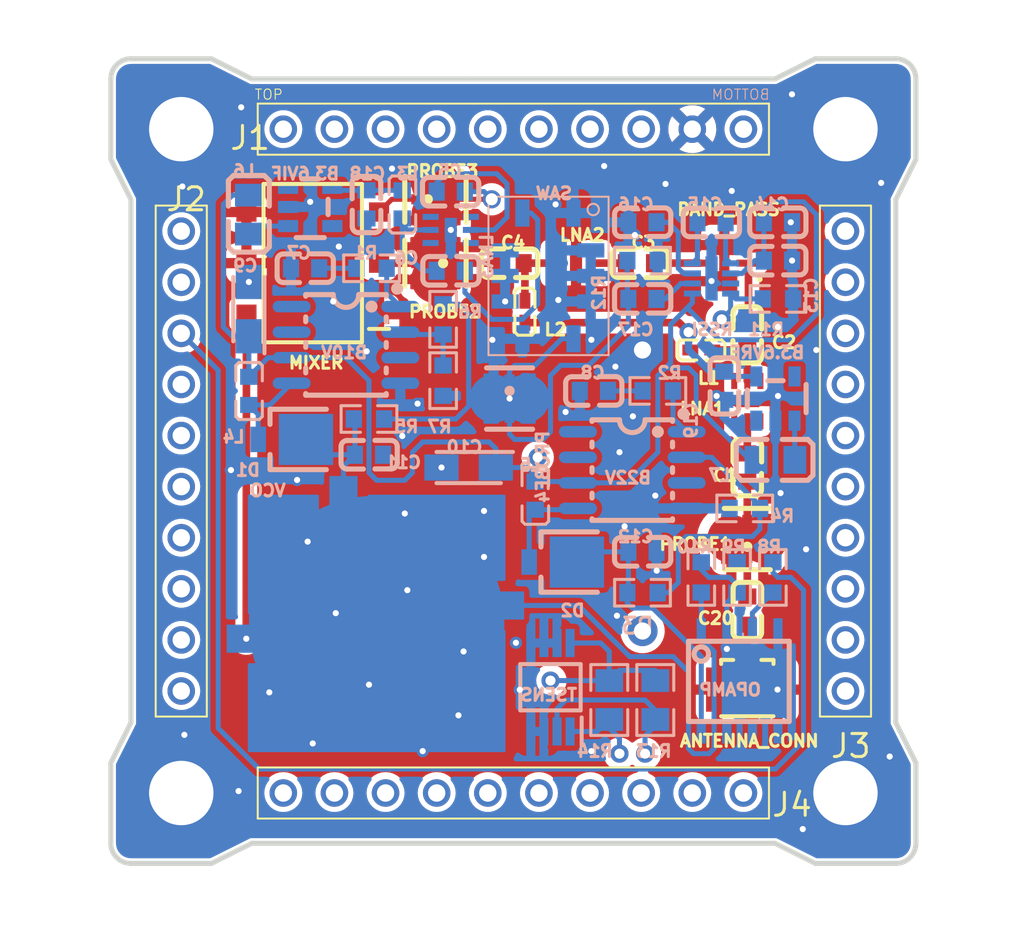
<source format=kicad_pcb>
(kicad_pcb (version 20211014) (generator pcbnew)
  (layers (0 "F.Cu" signal) (1 "In1.Cu" signal) (2 "In2.Cu" signal) (31 "B.Cu" signal) (34 "B.Paste" user) (35 "F.Paste" user) (36 "B.SilkS" user "B.Silkscreen") (37 "F.SilkS" user "F.Silkscreen") (38 "B.Mask" user) (39 "F.Mask" user) (44 "Edge.Cuts" user))
  (net 0 "")
  (net 1 "P/L_POWER")
  (net 2 "SCL")
  (net 3 "SDA")
  (net 4 "DAC_PL2")
  (net 5 "ADC_PL2")
  (net 6 "LNA3_2")
  (net 7 "3.6VRF")
  (net 8 "RSSI_3")
  (net 9 "VCO_3")
  (net 10 "22V")
  (net 11 "OPAMP_2")
  (net 12 "SAW_10")
  (net 13 "C17_2")
  (net 14 "RSSI_2")
  (net 15 "RSSI_5")
  (net 16 "RSSI_4")
  (net 17 "L6_2")
  (net 18 "BOOSTER10V_5")
  (net 19 "LNA3_5")
  (net 20 "C5_2")
  (net 21 "R5_2")
  (net 22 "3.6VIF")
  (net 23 "BOOSTER22V_1")
  (net 24 "BOOSTER22V_2")
  (net 25 "L7_2")
  (net 26 "BOOSTER22V_5")
  (net 27 "C8_2")
  (net 28 "BOOSTER10V_2")
  (net 29 "BOOSTER10V_1")
  (net 30 "C7_1")
  (net 31 "10V")
  (net 32 "OPAMP_3")
  (net 33 "SAW_5")
  (net 34 "GND")
  (net 35 "P/L2BURN")
  (net 36 "LNA2_5")
  (net 37 "MIXER_6")
  (net 38 "MIXER_2")
  (net 39 "C4_2")
  (net 40 "LNA2_2")
  (net 41 "BAND_PASS_3")
  (net 42 "BAND_PASS_1")
  (net 43 "LNA1_5")
  (net 44 "LNA1_2")
  (net 45 "C20_1")
  (net 46 "C1_1")
  (net 47 "ANTENNA_CONN_2")
  (net 48 "MIXER_3")
  (net 49 "BOOSTER3.6VIF_3")
  (net 50 "BOOSTER3.6VIF_5")
  (net 51 "BOOSTER3.6VRF_3")
  (net 52 "BOOSTER3.6VRF_5")
  (net 53 "BOOSTER10V_3")
  (net 54 "BOOSTER10V_8")
  (net 55 "BOOSTER10V_7")
  (net 56 "BOOSTER22V_3")
  (net 57 "BOOSTER22V_8")
  (net 58 "BOOSTER22V_7")
  (net 59 "LNA3_1")
  (net 60 "LNA3_3")
  (net 61 "LNA3_4")
  (net 62 "LNA3_6")
  (net 63 "OPAMP_5")
  (net 64 "OPAMP_6")
  (net 65 "OPAMP_7")
  (net 66 "RX")
  (net 67 "J1_4")
  (net 68 "PFO")
  (net 69 "J1_6")
  (net 70 "J1_7")
  (net 71 "TX")
  (net 72 "VCC")
  (net 73 "PCLK")
  (net 74 "SWCLK")
  (net 75 "SWDIO")
  (net 76 "NRST")
  (net 77 "CHGOFF")
  (net 78 "CLPROG")
  (net 79 "MPPT_X")
  (net 80 "SOLAR_X")
  (net 81 "PALE")
  (net 82 "PDATA")
  (net 83 "SOLAR_Y")
  (net 84 "SEL_PH2")
  (net 85 "SEL_PH1")
  (net 86 "SEL")
  (net 87 "HEATER")
  (net 88 "BURNCOMMS")
  (net 89 "RST")
  (net 90 "CHRG")
  (net 91 "FAULT")
  (net 92 "VCC_TEST")
  (net 93 "SEL_PH3")
  (net 94 "ADC_PH1")
  (net 95 "RST_DRIVERS")
  (net 96 "MPPT_Y")
  (net 97 "MPPT_Z")
  (net 98 "SOLAR_Z")
  (net 99 "LNA1_1")
  (net 100 "LNA1_3")
  (net 101 "LNA1_4")
  (net 102 "LNA1_6")
  (net 103 "LNA2_1")
  (net 104 "LNA2_3")
  (net 105 "LNA2_4")
  (net 106 "LNA2_6")
  (footprint "easyeda:SMP-03-10 5X7 MM" (layer "F.Cu") (at 26.797 113.411 -90)
    (fp_text reference "SAW")
    (fp_text value "SF2242B" hide)
  )
  (footprint "easyeda:SON65P200X200X105-7N" (layer "F.Cu") (at 28.194 112.776 180)
    (fp_text reference "LNA2")
    (fp_text value "LEE2-6+" hide)
  )
  (footprint "easyeda:C0603" (layer "F.Cu") (at 31.369 112.776 180)
    (fp_text reference "C3")
    (fp_text value "10pF" hide)
  )
  (footprint "easyeda:SO-8_L4.9-W3.9-P1.27-LS5.9-BL" (layer "F.Cu") (at 16.764 116.84 90)
    (fp_text reference "B10V")
    (fp_text value "LT1949ES8#PBF" hide)
  )
  (footprint "easyeda:SO8" (layer "F.Cu") (at 33.782 131.572 90)
    (fp_text reference "OPAMP")
    (fp_text value "LM258WDT" hide)
  )
  (footprint "easyeda:SON65P200X200X105-7N" (layer "F.Cu") (at 36.703 119.634 90)
    (fp_text reference "LNA1")
    (fp_text value "LEE2-6+" hide)
  )
  (footprint "easyeda:POWERMITE_L2.0-W1.9-LS3.8-RD" (layer "F.Cu") (at 27.051 127.635)
    (fp_text reference "D2")
    (fp_text value "MBRM120ET3G" hide)
  )
  (footprint "easyeda:C0603" (layer "F.Cu") (at 31.496 114.554)
    (fp_text reference "C17")
    (fp_text value "100pF" hide)
  )
  (footprint "easyeda:C0603" (layer "F.Cu") (at 31.496 110.744)
    (fp_text reference "C16")
    (fp_text value "100pF" hide)
  )
  (footprint "easyeda:R0603" (layer "F.Cu") (at 38.227 114.554 180)
    (fp_text reference "R11")
    (fp_text value "33K" hide)
  )
  (footprint "easyeda:C0603" (layer "F.Cu") (at 17.907 122.301)
    (fp_text reference "C11")
    (fp_text value "10uF" hide)
  )
  (footprint "easyeda:CVCO55CW" (layer "F.Cu") (at 18.288 130.81 90)
    (fp_text reference "VCO")
    (fp_text value "CVCO55CW" hide)
  )
  (footprint "easyeda:BFCG162W" (layer "F.Cu") (at 35.56 112.776 180)
    (fp_text reference "BAND_PASS")
    (fp_text value "BFCG-162W+" hide)
  )
  (footprint "easyeda:L0402" (layer "F.Cu") (at 25.654 115.189 -90)
    (fp_text reference "L2")
    (fp_text value "100nH" hide)
  )
  (footprint "easyeda:SLW-110-01-X-S" (layer "F.Cu") (at 13.65 106.116)
    (fp_text reference "J1")
    (fp_text value "SLW-110-01-T-S" hide)
  )
  (footprint "easyeda:C0603" (layer "F.Cu") (at 35.56 118.872 -90)
    (fp_text reference "C19")
    (fp_text value "22uF" hide)
  )
  (footprint "easyeda:C0603" (layer "F.Cu") (at 21.971 109.22 180)
    (fp_text reference "C5")
    (fp_text value "100pF" hide)
  )
  (footprint "easyeda:R0603" (layer "F.Cu") (at 34.417 128.397 90)
    (fp_text reference "R10")
    (fp_text value "100K" hide)
  )
  (footprint "easyeda:L0603" (layer "F.Cu") (at 26.162 124.333 -90)
    (fp_text reference "L5")
    (fp_text value "10uH" hide)
  )
  (footprint "easyeda:R0805" (layer "F.Cu") (at 32.131 134.493 -90)
    (fp_text reference "R13")
    (fp_text value "5k" hide)
  )
  (footprint "easyeda:C0603" (layer "F.Cu") (at 29.083 119.126 180)
    (fp_text reference "C8")
    (fp_text value "330pF" hide)
  )
  (footprint "easyeda:L0603" (layer "F.Cu") (at 19.558 109.855 -90)
    (fp_text reference "L3")
    (fp_text value "3.3uH" hide)
  )
  (footprint "easyeda:IPEX-SMD_MS-156C3" (layer "F.Cu") (at 24.892 119.507 90)
    (fp_text reference "PROBE4")
    (fp_text value "MS-156C3" hide)
  )
  (footprint "easyeda:R0603" (layer "F.Cu") (at 21.59 115.57 90)
    (fp_text reference "R6")
    (fp_text value "20K" hide)
  )
  (footprint "easyeda:SOT-23-5_L2.9-W1.6-P0.95-LS2.8-BR" (layer "F.Cu") (at 38.101 119.508 90)
    (fp_text reference "B3.6VRF")
    (fp_text value "TPS613226ADBVT" hide)
  )
  (footprint "easyeda:C0603" (layer "F.Cu") (at 24.892 112.776 180)
    (fp_text reference "C4")
    (fp_text value "10pF" hide)
  )
  (footprint "easyeda:C0603" (layer "F.Cu") (at 31.496 127.127)
    (fp_text reference "C12")
    (fp_text value "10uF" hide)
  )
  (footprint "easyeda:R0603" (layer "F.Cu") (at 21.59 118.618 -90)
    (fp_text reference "R7")
    (fp_text value "20K" hide)
  )
  (footprint "easyeda:C0603" (layer "F.Cu") (at 36.703 122.936 90)
    (fp_text reference "C1")
    (fp_text value "10pF" hide)
  )
  (footprint "easyeda:SO-8_L4.9-W3.9-P1.27-LS5.9-BL" (layer "F.Cu") (at 30.988 123.063 90)
    (fp_text reference "B22V")
    (fp_text value "LT1949ES8#PBF" hide)
  )
  (footprint "easyeda:C0603" (layer "F.Cu") (at 38.227 112.649 180)
    (fp_text reference "C13")
    (fp_text value "1nF" hide)
  )
  (footprint "easyeda:L0805" (layer "F.Cu") (at 11.938 110.363 90)
    (fp_text reference "L6")
    (fp_text value "4.7uH" hide)
  )
  (footprint "easyeda:SON50P200X300X80-9N" (layer "F.Cu") (at 34.925 113.538 180)
    (fp_text reference "RSSI")
    (fp_text value "LT5537EDDB#TRMPBF" hide)
  )
  (footprint "easyeda:R0805" (layer "F.Cu") (at 29.845 134.493 -90)
    (fp_text reference "R14")
    (fp_text value "5k" hide)
  )
  (footprint "easyeda:C0603" (layer "F.Cu") (at 34.925 110.744 180)
    (fp_text reference "C15")
    (fp_text value "33nF" hide)
  )
  (footprint "easyeda:C0603" (layer "F.Cu") (at 14.732 113.03)
    (fp_text reference "C7")
    (fp_text value "330pF" hide)
  )
  (footprint "easyeda:POWERMITE_L2.0-W1.9-LS3.8-RD" (layer "F.Cu") (at 13.589 121.539)
    (fp_text reference "D1")
    (fp_text value "MBRM120ET3G" hide)
  )
  (footprint "easyeda:R0603" (layer "F.Cu") (at 37.973 128.397 -90)
    (fp_text reference "R8")
    (fp_text value "10K" hide)
  )
  (footprint "easyeda:L0805" (layer "F.Cu") (at 38.1 122.555 180)
    (fp_text reference "L7")
    (fp_text value "4.7uH" hide)
  )
  (footprint "easyeda:R0603" (layer "F.Cu") (at 32.258 119.126 180)
    (fp_text reference "R2")
    (fp_text value "68K" hide)
  )
  (footprint "easyeda:R0603" (layer "F.Cu") (at 36.195 128.397 -90)
    (fp_text reference "R9")
    (fp_text value "20K" hide)
  )
  (footprint "easyeda:CAPPM3216X180N" (layer "F.Cu") (at 22.86 122.936)
    (fp_text reference "C10")
    (fp_text value "22u" hide)
  )
  (footprint "easyeda:L0603" (layer "F.Cu") (at 11.938 119.126 -90)
    (fp_text reference "L4")
    (fp_text value "10uH" hide)
  )
  (footprint "easyeda:IPEX-SMD_MS-156C3" (layer "F.Cu") (at 36.703 126.492 90)
    (fp_text reference "PROBE1")
    (fp_text value "MS-156C3" hide)
  )
  (footprint "easyeda:R0603" (layer "F.Cu") (at 31.496 112.649)
    (fp_text reference "R12")
    (fp_text value "51" hide)
  )
  (footprint "easyeda:C0603" (layer "F.Cu") (at 21.971 113.157)
    (fp_text reference "C6")
    (fp_text value "100pF" hide)
  )
  (footprint "easyeda:L0402" (layer "F.Cu") (at 34.417 117.094 180)
    (fp_text reference "L1")
    (fp_text value "100nH" hide)
  )
  (footprint "easyeda:C0603" (layer "F.Cu") (at 36.703 116.332 90)
    (fp_text reference "C2")
    (fp_text value "10pF" hide)
  )
  (footprint "easyeda:SLW-110-01-X-S" (layer "F.Cu") (at 13.65 139.116)
    (fp_text reference "J4")
    (fp_text value "SLW-110-01-T-S" hide)
  )
  (footprint "easyeda:SLW-110-01-X-S" (layer "F.Cu") (at 8.58 111.186 -90)
    (fp_text reference "J2")
    (fp_text value "SLW-110-01-T-S" hide)
  )
  (footprint "easyeda:IPEX-SMD_MS-156C3" (layer "F.Cu") (at 21.209 109.601)
    (fp_text reference "PROBE3")
    (fp_text value "MS-156C3" hide)
  )
  (footprint "easyeda:C0603" (layer "F.Cu") (at 36.703 130.048 -90)
    (fp_text reference "C20")
    (fp_text value "33nF" hide)
  )
  (footprint "easyeda:CAPPM3216X180N" (layer "F.Cu") (at 11.938 115.062 -90)
    (fp_text reference "C9")
    (fp_text value "22u" hide)
  )
  (footprint "easyeda:SLW-110-01-X-S" (layer "F.Cu") (at 41.58 111.186 -90)
    (fp_text reference "J3")
    (fp_text value "SLW-110-01-T-S" hide)
  )
  (footprint "easyeda:SOTFL254P691X284-6N" (layer "F.Cu") (at 15.113 112.776 180)
    (fp_text reference "MIXER")
    (fp_text value "ADE-11X+" hide)
  )
  (footprint "easyeda:SOP65P490X110-8N" (layer "F.Cu") (at 26.924 133.858 -90)
    (fp_text reference "TSENS")
    (fp_text value "TCN75AVUA713-VAO" hide)
  )
  (footprint "easyeda:ANT-SMD_UFL-R-SMT-1-10" (layer "F.Cu") (at 36.703 133.35 -90)
    (fp_text reference "ANTENNA_CONN")
    (fp_text value "U.FL-R-SMT-1(10)" hide)
  )
  (footprint "easyeda:SOT-23-5_L2.9-W1.6-P0.95-LS2.8-BR" (layer "F.Cu") (at 14.987 109.983)
    (fp_text reference "B3.6VIF")
    (fp_text value "TPS613226ADBVT" hide)
  )
  (footprint "easyeda:R0603" (layer "F.Cu") (at 17.907 120.523 180)
    (fp_text reference "R5")
    (fp_text value "120K" hide)
  )
  (footprint "easyeda:SON65P200X200X105-7N" (layer "F.Cu") (at 21.971 111.125)
    (fp_text reference "LNA3")
    (fp_text value "LEE2-6+" hide)
  )
  (footprint "easyeda:R0603" (layer "F.Cu") (at 18.034 113.03)
    (fp_text reference "R1")
    (fp_text value "68K" hide)
  )
  (footprint "easyeda:IPEX-SMD_MS-156C3" (layer "F.Cu") (at 21.209 112.776 180)
    (fp_text reference "PROBE2")
    (fp_text value "MS-156C3" hide)
  )
  (footprint "easyeda:R0603" (layer "F.Cu") (at 31.496 129.159 180)
    (fp_text reference "R3")
    (fp_text value "160K" hide)
  )
  (footprint "easyeda:R0603" (layer "F.Cu") (at 36.576 124.968 180)
    (fp_text reference "R4")
    (fp_text value "10K" hide)
  )
  (footprint "easyeda:C0603" (layer "F.Cu") (at 38.227 110.744 180)
    (fp_text reference "C14")
    (fp_text value "1uF" hide)
  )
  (footprint "easyeda:C0603" (layer "F.Cu") (at 17.78 109.855 -90)
    (fp_text reference "C18")
    (fp_text value "22uF" hide)
  )
  (gr_line locked (start 5.08 107.616) (end 5.08 103.616) (layer "Edge.Cuts") (width 0.25))
  (gr_line locked (start 38.08 141.616) (end 40.08 142.616) (layer "Edge.Cuts") (width 0.25))
  (gr_line locked (start 45.08 107.616) (end 45.08 103.616) (layer "Edge.Cuts") (width 0.25))
  (gr_line locked (start 25.08 103.617) (end 38.08 103.617) (layer "Edge.Cuts") (width 0.25))
  (gr_line locked (start 10.08 142.616) (end 6.08 142.616) (layer "Edge.Cuts") (width 0.25))
  (gr_arc (start 5.08 103.616) (mid 5.372893 102.908893) (end 6.08 102.616) (layer "Edge.Cuts") (width 0.25))
  (gr_line locked (start 22.934 103.617) (end 25.08 103.617) (layer "Edge.Cuts") (width 0.25))
  (gr_line locked (start 38.08 141.616) (end 12.08 141.616) (layer "Edge.Cuts") (width 0.25))
  (gr_line locked (start 6.08 135.616) (end 6.08 109.616) (layer "Edge.Cuts") (width 0.25))
  (gr_line locked (start 38.08 103.617) (end 40.079 102.616) (layer "Edge.Cuts") (width 0.25))
  (gr_arc (start 45.08 141.616) (mid 44.787107 142.323107) (end 44.08 142.616) (layer "Edge.Cuts") (width 0.25))
  (gr_line locked (start 5.08 141.616) (end 5.08 137.616) (layer "Edge.Cuts") (width 0.25))
  (gr_line locked (start 5.08 137.616) (end 6.08 135.616) (layer "Edge.Cuts") (width 0.25))
  (gr_line locked (start 12.08 141.616) (end 10.08 142.616) (layer "Edge.Cuts") (width 0.25))
  (gr_line locked (start 12.08 103.617) (end 22.934 103.617) (layer "Edge.Cuts") (width 0.25))
  (gr_line locked (start 44.08 135.616) (end 45.08 137.616) (layer "Edge.Cuts") (width 0.25))
  (gr_line locked (start 44.08 109.616) (end 44.08 135.616) (layer "Edge.Cuts") (width 0.25))
  (gr_line locked (start 40.08 142.616) (end 44.08 142.616) (layer "Edge.Cuts") (width 0.25))
  (gr_line locked (start 40.079 102.616) (end 44.079 102.616) (layer "Edge.Cuts") (width 0.25))
  (gr_line locked (start 10.081 102.616) (end 12.08 103.617) (layer "Edge.Cuts") (width 0.25))
  (gr_line locked (start 6.081 102.616) (end 10.081 102.616) (layer "Edge.Cuts") (width 0.25))
  (gr_arc (start 44.08 102.616) (mid 44.787181 102.908967) (end 45.08 103.616209) (layer "Edge.Cuts") (width 0.25))
  (gr_line locked (start 6.08 109.616) (end 5.08 107.616) (layer "Edge.Cuts") (width 0.25))
  (gr_line locked (start 45.08 107.616) (end 44.08 109.616) (layer "Edge.Cuts") (width 0.25))
  (gr_arc (start 6.08 142.616) (mid 5.372893 142.323107) (end 5.08 141.616) (layer "Edge.Cuts") (width 0.25))
  (gr_line locked (start 45.08 137.616) (end 45.08 141.616) (layer "Edge.Cuts") (width 0.25))
  (gr_text "BOTTOM" (at 37.846 104.394) (layer "B.SilkS") (effects (font (size 0.5 0.5) (thickness 0.05)) (justify left mirror)))
  (gr_text "TOP" (at 12.192 104.394) (layer "F.SilkS") (effects (font (size 0.5 0.5) (thickness 0.05)) (justify left)))
  (via (at 26.289 122.428) (size 0.9) (drill 0.5) (layers "F.Cu" "B.Cu") (net 1))
  (via (at 26.924 133.527) (size 0.9) (drill 0.5) (layers "F.Cu" "B.Cu") (net 1))
  (segment (start 10.668 115.951) (end 10.668 109.855) (width 0.25) (layer "B.Cu") (net 1))
  (segment (start 37.526 110.17) (end 37.526 110.744) (width 0.25) (layer "B.Cu") (net 1))
  (segment (start 37.527 110.744) (end 37.527 112.649) (width 0.25) (layer "B.Cu") (net 1))
  (segment (start 20.066 123.19) (end 20.066 122.174) (width 0.25) (layer "B.Cu") (net 1))
  (segment (start 35.306 116.586) (end 38.862 116.586) (width 0.25) (layer "B.Cu") (net 1))
  (segment (start 20.574 121.666) (end 23.876 121.666) (width 0.25) (layer "B.Cu") (net 1))
  (segment (start 20.066 122.174) (end 20.574 121.666) (width 0.25) (layer "B.Cu") (net 1))
  (segment (start 39.497 109.728) (end 37.97 109.728) (width 0.25) (layer "B.Cu") (net 1))
  (segment (start 26.162 123.317) (end 25.781 122.936) (width 0.25) (layer "B.Cu") (net 1))
  (segment (start 29.845 133.527) (end 26.924 133.527) (width 0.25) (layer "B.Cu") (net 1))
  (segment (start 29.845 132.08) (end 29.423 131.658) (width 0.25) (layer "B.Cu") (net 1))
  (segment (start 17.907 118.618) (end 17.907 123.19) (width 0.25) (layer "B.Cu") (net 1))
  (segment (start 33.975 114.742) (end 33.975 114.287) (width 0.25) (layer "B.Cu") (net 1))
  (segment (start 11.938 116.412) (end 11.129 116.412) (width 0.25) (layer "B.Cu") (net 1))
  (segment (start 40.132 110.363) (end 39.497 109.728) (width 0.25) (layer "B.Cu") (net 1))
  (segment (start 33.782 117.983) (end 34.163 118.364) (width 0.25) (layer "B.Cu") (net 1))
  (segment (start 32.131 133.019) (end 30.353 133.019) (width 0.25) (layer "B.Cu") (net 1))
  (segment (start 30.353 133.019) (end 29.845 133.527) (width 0.25) (layer "B.Cu") (net 1))
  (segment (start 37.084 112.649) (end 37.526 112.649) (width 0.25) (layer "B.Cu") (net 1))
  (segment (start 33.774 115.054) (end 35.306 116.586) (width 0.25) (layer "B.Cu") (net 1))
  (segment (start 28.288 123.698) (end 30.734 123.698) (width 0.25) (layer "B.Cu") (net 1))
  (segment (start 34.163 119.888) (end 36.83 122.555) (width 0.25) (layer "B.Cu") (net 1))
  (segment (start 10.668 109.855) (end 11.126 109.397) (width 0.25) (layer "B.Cu") (net 1))
  (segment (start 35.875 113.289) (end 36.444 113.289) (width 0.25) (layer "B.Cu") (net 1))
  (segment (start 28.289 123.698) (end 28.224 123.633) (width 0.25) (layer "B.Cu") (net 1))
  (segment (start 38.862 116.586) (end 40.132 115.316) (width 0.25) (layer "B.Cu") (net 1))
  (segment (start 33.774 114.943) (end 33.774 115.054) (width 0.25) (layer "B.Cu") (net 1))
  (segment (start 19.685 123.571) (end 20.066 123.19) (width 0.25) (layer "B.Cu") (net 1))
  (segment (start 26.162 123.632) (end 26.162 123.317) (width 0.25) (layer "B.Cu") (net 1))
  (segment (start 37.97 109.728) (end 37.526 110.17) (width 0.25) (layer "B.Cu") (net 1))
  (segment (start 24.21 122) (end 24.21 122.936) (width 0.25) (layer "B.Cu") (net 1))
  (segment (start 26.162 122.555) (end 26.162 123.633) (width 0.25) (layer "B.Cu") (net 1))
  (segment (start 30.734 123.698) (end 32.258 122.174) (width 0.25) (layer "B.Cu") (net 1))
  (segment (start 11.126 109.397) (end 11.938 109.397) (width 0.25) (layer "B.Cu") (net 1))
  (segment (start 11.938 118.425) (end 11.938 116.411) (width 0.25) (layer "B.Cu") (net 1))
  (segment (start 29.423 131.658) (end 27.899 131.658) (width 0.25) (layer "B.Cu") (net 1))
  (segment (start 23.876 121.666) (end 24.21 122) (width 0.25) (layer "B.Cu") (net 1))
  (segment (start 34.163 118.364) (end 34.163 119.888) (width 0.25) (layer "B.Cu") (net 1))
  (segment (start 11.129 116.412) (end 10.668 115.951) (width 0.25) (layer "B.Cu") (net 1))
  (segment (start 16.764 117.475) (end 17.907 118.618) (width 0.25) (layer "B.Cu") (net 1))
  (segment (start 32.639 117.983) (end 32.893 117.729) (width 0.25) (layer "B.Cu") (net 1))
  (segment (start 32.639 117.983) (end 33.782 117.983) (width 0.25) (layer "B.Cu") (net 1))
  (segment (start 32.258 122.174) (end 32.258 118.364) (width 0.25) (layer "B.Cu") (net 1))
  (segment (start 32.893 117.729) (end 32.893 115.824) (width 0.25) (layer "B.Cu") (net 1))
  (segment (start 12.889 117.475) (end 14.065 117.475) (width 0.25) (layer "B.Cu") (net 1))
  (segment (start 25.781 122.936) (end 24.209 122.936) (width 0.25) (layer "B.Cu") (net 1))
  (segment (start 32.893 115.824) (end 33.975 114.742) (width 0.25) (layer "B.Cu") (net 1))
  (segment (start 28.224 123.633) (end 26.162 123.633) (width 0.25) (layer "B.Cu") (net 1))
  (segment (start 14.065 117.475) (end 16.764 117.475) (width 0.25) (layer "B.Cu") (net 1))
  (segment (start 36.444 113.289) (end 37.084 112.649) (width 0.25) (layer "B.Cu") (net 1))
  (segment (start 40.132 115.316) (end 40.132 110.363) (width 0.25) (layer "B.Cu") (net 1))
  (segment (start 17.907 123.19) (end 18.288 123.571) (width 0.25) (layer "B.Cu") (net 1))
  (segment (start 18.288 123.571) (end 19.685 123.571) (width 0.25) (layer "B.Cu") (net 1))
  (segment (start 29.845 133.527) (end 29.845 132.08) (width 0.25) (layer "B.Cu") (net 1))
  (segment (start 36.83 122.555) (end 37.135 122.555) (width 0.25) (layer "B.Cu") (net 1))
  (segment (start 11.938 118.426) (end 12.889 117.475) (width 0.25) (layer "B.Cu") (net 1))
  (segment (start 32.258 118.364) (end 32.639 117.983) (width 0.25) (layer "B.Cu") (net 1))
  (segment (start 26.289 122.428) (end 26.162 122.555) (width 0.25) (layer "B.Cu") (net 1))
  (via (at 31.623 137.16) (size 0.9) (drill 0.5) (layers "F.Cu" "B.Cu") (net 2))
  (segment (start 32.131 135.459) (end 32.131 135.763) (width 0.25) (layer "B.Cu") (net 2))
  (segment (start 27.249 134.93) (end 27.249 136.058) (width 0.25) (layer "B.Cu") (net 2))
  (segment (start 31.623 134.493) (end 27.686 134.493) (width 0.25) (layer "B.Cu") (net 2))
  (segment (start 32.131 135.459) (end 32.131 135.001) (width 0.25) (layer "B.Cu") (net 2))
  (segment (start 32.131 135.001) (end 31.623 134.493) (width 0.25) (layer "B.Cu") (net 2))
  (segment (start 27.686 134.493) (end 27.249 134.93) (width 0.25) (layer "B.Cu") (net 2))
  (segment (start 32.131 135.763) (end 31.623 136.271) (width 0.25) (layer "B.Cu") (net 2))
  (segment (start 31.623 136.271) (end 31.623 137.16) (width 0.25) (layer "B.Cu") (net 2))
  (via (at 30.353 137.16) (size 0.9) (drill 0.5) (layers "F.Cu" "B.Cu") (net 3))
  (segment (start 29.845 135.459) (end 29.845 135.89) (width 0.25) (layer "B.Cu") (net 3))
  (segment (start 29.845 135.89) (end 30.353 136.398) (width 0.25) (layer "B.Cu") (net 3))
  (segment (start 30.353 136.398) (end 30.353 137.16) (width 0.25) (layer "B.Cu") (net 3))
  (segment (start 29.845 135.459) (end 29.246 136.058) (width 0.25) (layer "B.Cu") (net 3))
  (segment (start 29.246 136.058) (end 27.899 136.058) (width 0.25) (layer "B.Cu") (net 3))
  (segment (start 39.497 136.525) (end 38.1 137.922) (width 0.25) (layer "B.Cu") (net 4))
  (segment (start 39.497 129.032) (end 39.497 136.525) (width 0.25) (layer "B.Cu") (net 4))
  (segment (start 38.862 128.397) (end 39.497 129.032) (width 0.25) (layer "B.Cu") (net 4))
  (segment (start 10.414 135.89) (end 10.414 118.1) (width 0.25) (layer "B.Cu") (net 4))
  (segment (start 12.446 137.922) (end 10.414 135.89) (width 0.25) (layer "B.Cu") (net 4))
  (segment (start 38.227 128.397) (end 38.862 128.397) (width 0.25) (layer "B.Cu") (net 4))
  (segment (start 38.1 137.922) (end 12.446 137.922) (width 0.25) (layer "B.Cu") (net 4))
  (segment (start 37.973 127.644) (end 37.973 128.143) (width 0.25) (layer "B.Cu") (net 4))
  (segment (start 10.414 118.1) (end 8.58 116.266) (width 0.25) (layer "B.Cu") (net 4))
  (segment (start 37.973 128.143) (end 38.227 128.397) (width 0.25) (layer "B.Cu") (net 4))
  (via (at 35.433 115.57) (size 0.9) (drill 0.5) (layers "F.Cu" "B.Cu") (net 5))
  (segment (start 35.875 114.288) (end 35.875 115.128) (width 0.25) (layer "B.Cu") (net 5))
  (segment (start 36.141 114.554) (end 37.474 114.554) (width 0.25) (layer "B.Cu") (net 5))
  (segment (start 35.875 114.288) (end 36.141 114.554) (width 0.25) (layer "B.Cu") (net 5))
  (segment (start 35.875 115.128) (end 35.433 115.57) (width 0.25) (layer "B.Cu") (net 5))
  (segment (start 24.13 111.125) (end 22.972 111.125) (width 0.25) (layer "B.Cu") (net 6))
  (segment (start 24.257 108.331) (end 24.765 108.839) (width 0.25) (layer "B.Cu") (net 6))
  (segment (start 21.27 109.22) (end 21.27 108.778) (width 0.25) (layer "B.Cu") (net 6))
  (segment (start 24.765 108.839) (end 24.765 110.49) (width 0.25) (layer "B.Cu") (net 6))
  (segment (start 24.765 110.49) (end 24.13 111.125) (width 0.25) (layer "B.Cu") (net 6))
  (segment (start 21.27 108.778) (end 21.717 108.331) (width 0.25) (layer "B.Cu") (net 6))
  (segment (start 21.717 108.331) (end 24.257 108.331) (width 0.25) (layer "B.Cu") (net 6))
  (segment (start 33.311 115.734) (end 25.654 115.734) (width 0.38) (layer "F.Cu") (net 7))
  (segment (start 33.782 116.205) (end 33.782 117.004) (width 0.36) (layer "F.Cu") (net 7))
  (segment (start 33.782 117.004) (end 33.872 117.094) (width 0.36) (layer "F.Cu") (net 7))
  (segment (start 33.782 116.205) (end 33.311 115.734) (width 0.38) (layer "F.Cu") (net 7))
  (via (at 33.782 116.205) (size 0.9) (drill 0.5) (layers "F.Cu" "B.Cu") (net 7))
  (segment (start 35.795 118.407) (end 37.15 118.407) (width 0.25) (layer "B.Cu") (net 7))
  (segment (start 35.56 118.172) (end 34.86 118.172) (width 0.36) (layer "B.Cu") (net 7))
  (segment (start 33.782 117.094) (end 33.782 116.205) (width 0.36) (layer "B.Cu") (net 7))
  (segment (start 34.86 118.172) (end 33.782 117.094) (width 0.36) (layer "B.Cu") (net 7))
  (segment (start 35.56 118.172) (end 35.795 118.407) (width 0.25) (layer "B.Cu") (net 7))
  (segment (start 33.274 111.252) (end 32.766 110.744) (width 0.25) (layer "B.Cu") (net 8))
  (segment (start 32.766 110.744) (end 32.197 110.744) (width 0.25) (layer "B.Cu") (net 8))
  (segment (start 33.975 113.289) (end 33.528 113.284) (width 0.25) (layer "B.Cu") (net 8))
  (segment (start 33.274 113.03) (end 33.274 111.252) (width 0.25) (layer "B.Cu") (net 8))
  (segment (start 33.528 113.284) (end 33.274 113.03) (width 0.25) (layer "B.Cu") (net 8))
  (segment (start 34.417 131.445) (end 35.052 132.08) (width 0.25) (layer "B.Cu") (net 9))
  (segment (start 33.782 133.096) (end 33.02 132.334) (width 0.25) (layer "B.Cu") (net 9))
  (segment (start 33.782 136.906) (end 33.782 133.096) (width 0.25) (layer "B.Cu") (net 9))
  (segment (start 33.02 132.334) (end 30.861 132.334) (width 0.25) (layer "B.Cu") (net 9))
  (segment (start 34.036 137.16) (end 33.782 136.906) (width 0.25) (layer "B.Cu") (net 9))
  (segment (start 34.417 129.15) (end 34.417 130.937) (width 0.25) (layer "B.Cu") (net 9))
  (segment (start 34.798 137.16) (end 34.036 137.16) (width 0.25) (layer "B.Cu") (net 9))
  (segment (start 35.052 136.906) (end 34.798 137.16) (width 0.25) (layer "B.Cu") (net 9))
  (segment (start 28.321 129.794) (end 24.765 129.794) (width 0.25) (layer "B.Cu") (net 9))
  (segment (start 34.417 130.937) (end 34.417 131.445) (width 0.25) (layer "B.Cu") (net 9))
  (segment (start 30.861 132.334) (end 28.321 129.794) (width 0.25) (layer "B.Cu") (net 9))
  (segment (start 35.052 132.08) (end 35.052 136.906) (width 0.25) (layer "B.Cu") (net 9))
  (segment (start 30.742 129.675) (end 30.988 129.921) (width 0.25) (layer "B.Cu") (net 10))
  (segment (start 28.236 127.636) (end 28.745 127.127) (width 0.25) (layer "B.Cu") (net 10))
  (segment (start 34.417 132.334) (end 34.417 136.144) (width 0.25) (layer "B.Cu") (net 10))
  (segment (start 30.796 129.106) (end 30.796 127.127) (width 0.25) (layer "B.Cu") (net 10))
  (segment (start 28.745 127.127) (end 30.796 127.127) (width 0.25) (layer "B.Cu") (net 10))
  (segment (start 30.742 129.159) (end 30.742 129.675) (width 0.25) (layer "B.Cu") (net 10))
  (segment (start 30.743 129.159) (end 30.796 129.106) (width 0.25) (layer "B.Cu") (net 10))
  (segment (start 32.004 129.921) (end 34.417 132.334) (width 0.25) (layer "B.Cu") (net 10))
  (segment (start 30.988 129.921) (end 32.004 129.921) (width 0.25) (layer "B.Cu") (net 10))
  (segment (start 34.798 128.397) (end 35.814 128.397) (width 0.25) (layer "B.Cu") (net 11))
  (segment (start 35.687 129.658) (end 35.687 130.937) (width 0.25) (layer "B.Cu") (net 11))
  (segment (start 34.417 128.016) (end 34.798 128.397) (width 0.25) (layer "B.Cu") (net 11))
  (segment (start 34.417 127.644) (end 34.417 128.016) (width 0.25) (layer "B.Cu") (net 11))
  (segment (start 36.195 128.778) (end 36.195 129.15) (width 0.25) (layer "B.Cu") (net 11))
  (segment (start 36.195 129.15) (end 35.687 129.658) (width 0.25) (layer "B.Cu") (net 11))
  (segment (start 35.814 128.397) (end 36.195 128.778) (width 0.25) (layer "B.Cu") (net 11))
  (segment (start 25.527 115.57) (end 26.289 114.808) (width 0.25) (layer "B.Cu") (net 12))
  (segment (start 26.289 114.808) (end 26.289 110.617) (width 0.25) (layer "B.Cu") (net 12))
  (segment (start 25.959 110.287) (end 25.527 110.287) (width 0.25) (layer "B.Cu") (net 12))
  (segment (start 22.672 114.239) (end 24.003 115.57) (width 0.25) (layer "B.Cu") (net 12))
  (segment (start 22.672 113.157) (end 22.672 114.239) (width 0.25) (layer "B.Cu") (net 12))
  (segment (start 26.289 110.617) (end 25.959 110.287) (width 0.25) (layer "B.Cu") (net 12))
  (segment (start 24.003 115.57) (end 25.527 115.57) (width 0.25) (layer "B.Cu") (net 12))
  (segment (start 30.796 115.889) (end 30.796 114.554) (width 0.25) (layer "B.Cu") (net 13))
  (segment (start 24.892 121.285) (end 25.146 121.539) (width 0.25) (layer "B.Cu") (net 13))
  (segment (start 28.829 117.856) (end 30.796 115.889) (width 0.25) (layer "B.Cu") (net 13))
  (segment (start 25.146 121.539) (end 26.543 121.539) (width 0.25) (layer "B.Cu") (net 13))
  (segment (start 30.743 114.501) (end 30.743 112.649) (width 0.25) (layer "B.Cu") (net 13))
  (segment (start 30.796 114.554) (end 30.743 114.501) (width 0.25) (layer "B.Cu") (net 13))
  (segment (start 26.543 121.539) (end 26.924 121.158) (width 0.25) (layer "B.Cu") (net 13))
  (segment (start 26.924 121.158) (end 26.924 118.364) (width 0.25) (layer "B.Cu") (net 13))
  (segment (start 24.892 120.467) (end 24.892 121.285) (width 0.25) (layer "B.Cu") (net 13))
  (segment (start 27.432 117.856) (end 28.829 117.856) (width 0.25) (layer "B.Cu") (net 13))
  (segment (start 26.924 118.364) (end 27.432 117.856) (width 0.25) (layer "B.Cu") (net 13))
  (segment (start 33.975 113.788) (end 33.401 113.788) (width 0.25) (layer "B.Cu") (net 14))
  (segment (start 32.635 114.554) (end 32.196 114.554) (width 0.25) (layer "B.Cu") (net 14))
  (segment (start 33.401 113.788) (end 32.635 114.554) (width 0.25) (layer "B.Cu") (net 14))
  (segment (start 35.625 112.538) (end 35.625 110.744) (width 0.25) (layer "B.Cu") (net 15))
  (segment (start 35.875 112.788) (end 35.625 112.538) (width 0.25) (layer "B.Cu") (net 15))
  (segment (start 33.975 112.788) (end 34.225 112.538) (width 0.25) (layer "B.Cu") (net 16))
  (segment (start 34.225 112.538) (end 34.225 110.744) (width 0.25) (layer "B.Cu") (net 16))
  (segment (start 12.334 110.933) (end 13.886 110.933) (width 0.25) (layer "B.Cu") (net 17))
  (segment (start 11.938 111.329) (end 12.334 110.933) (width 0.25) (layer "B.Cu") (net 17))
  (segment (start 11.938 119.826) (end 12.404 120.292) (width 0.25) (layer "B.Cu") (net 18))
  (segment (start 12.404 120.292) (end 12.404 121.538) (width 0.25) (layer "B.Cu") (net 18))
  (segment (start 14.065 118.745) (end 12.984 119.826) (width 0.25) (layer "B.Cu") (net 18))
  (segment (start 12.984 119.826) (end 11.938 119.826) (width 0.25) (layer "B.Cu") (net 18))
  (segment (start 20.971 111.125) (end 19.812 111.125) (width 0.25) (layer "B.Cu") (net 19))
  (segment (start 19.558 110.871) (end 19.558 110.555) (width 0.25) (layer "B.Cu") (net 19))
  (segment (start 19.812 111.125) (end 19.558 110.871) (width 0.25) (layer "B.Cu") (net 19))
  (segment (start 19.558 110.555) (end 19.558 112.141) (width 0.25) (layer "B.Cu") (net 19))
  (segment (start 19.558 112.141) (end 20.574 113.157) (width 0.25) (layer "B.Cu") (net 19))
  (segment (start 20.574 113.157) (end 21.271 113.157) (width 0.25) (layer "B.Cu") (net 19))
  (segment (start 22.169 109.601) (end 24.003 109.601) (width 0.25) (layer "F.Cu") (net 20))
  (via (at 24.003 109.601) (size 0.9) (drill 0.6) (layers "F.Cu" "B.Cu") (net 20))
  (segment (start 24.003 109.601) (end 23.622 109.22) (width 0.25) (layer "B.Cu") (net 20))
  (segment (start 23.622 109.22) (end 22.671 109.22) (width 0.25) (layer "B.Cu") (net 20))
  (segment (start 22.361 114.817) (end 21.59 114.817) (width 0.25) (layer "B.Cu") (net 21))
  (segment (start 18.661 120.523) (end 22.225 120.523) (width 0.25) (layer "B.Cu") (net 21))
  (segment (start 22.86 115.316) (end 22.361 114.817) (width 0.25) (layer "B.Cu") (net 21))
  (segment (start 22.86 119.888) (end 22.86 115.316) (width 0.25) (layer "B.Cu") (net 21))
  (segment (start 22.225 120.523) (end 22.86 119.888) (width 0.25) (layer "B.Cu") (net 21))
  (segment (start 16.209 109.155) (end 17.78 109.155) (width 0.25) (layer "B.Cu") (net 22))
  (segment (start 17.78 109.155) (end 19.558 109.155) (width 0.25) (layer "B.Cu") (net 22))
  (segment (start 16.086 109.032) (end 16.209 109.155) (width 0.25) (layer "B.Cu") (net 22))
  (segment (start 33.011 120.482) (end 33.011 119.126) (width 0.25) (layer "B.Cu") (net 23))
  (segment (start 33.687 121.158) (end 33.011 120.482) (width 0.25) (layer "B.Cu") (net 23))
  (segment (start 33.655 126.365) (end 36.957 126.365) (width 0.25) (layer "B.Cu") (net 24))
  (segment (start 33.274 128.651) (end 33.274 126.746) (width 0.25) (layer "B.Cu") (net 24))
  (segment (start 32.25 129.159) (end 32.766 129.159) (width 0.25) (layer "B.Cu") (net 24))
  (segment (start 36.957 126.365) (end 37.33 125.992) (width 0.25) (layer "B.Cu") (net 24))
  (segment (start 37.33 125.992) (end 37.33 124.968) (width 0.25) (layer "B.Cu") (net 24))
  (segment (start 34.925 122.428) (end 33.688 122.428) (width 0.25) (layer "B.Cu") (net 24))
  (segment (start 33.274 126.746) (end 33.655 126.365) (width 0.25) (layer "B.Cu") (net 24))
  (segment (start 37.33 124.833) (end 34.925 122.428) (width 0.25) (layer "B.Cu") (net 24))
  (segment (start 37.33 124.968) (end 37.33 124.833) (width 0.25) (layer "B.Cu") (net 24))
  (segment (start 32.766 129.159) (end 33.274 128.651) (width 0.25) (layer "B.Cu") (net 24))
  (segment (start 39.066 122.555) (end 39.05 120.607) (width 0.25) (layer "B.Cu") (net 25))
  (segment (start 26.162 125.033) (end 25.866 125.329) (width 0.25) (layer "B.Cu") (net 26))
  (segment (start 28.224 125.033) (end 26.162 125.033) (width 0.25) (layer "B.Cu") (net 26))
  (segment (start 28.289 124.968) (end 28.224 125.033) (width 0.25) (layer "B.Cu") (net 26))
  (segment (start 25.866 125.329) (end 25.866 127.634) (width 0.25) (layer "B.Cu") (net 26))
  (segment (start 29.783 119.126) (end 31.505 119.126) (width 0.25) (layer "B.Cu") (net 27))
  (segment (start 21.59 116.323) (end 21.59 117.865) (width 0.25) (layer "B.Cu") (net 28))
  (segment (start 19.464 116.205) (end 19.582 116.323) (width 0.25) (layer "B.Cu") (net 28))
  (segment (start 19.582 116.323) (end 21.59 116.323) (width 0.25) (layer "B.Cu") (net 28))
  (segment (start 18.787 114.259) (end 18.787 113.03) (width 0.25) (layer "B.Cu") (net 29))
  (segment (start 19.463 114.935) (end 18.787 114.259) (width 0.25) (layer "B.Cu") (net 29))
  (segment (start 17.281 113.03) (end 15.432 113.03) (width 0.25) (layer "B.Cu") (net 30))
  (segment (start 15.535 122.301) (end 17.207 122.301) (width 0.25) (layer "B.Cu") (net 31))
  (segment (start 17.207 120.576) (end 17.207 122.301) (width 0.25) (layer "B.Cu") (net 31))
  (segment (start 16.637 122.871) (end 16.637 124.206) (width 0.25) (layer "B.Cu") (net 31))
  (segment (start 17.154 120.523) (end 17.207 120.576) (width 0.25) (layer "B.Cu") (net 31))
  (segment (start 17.207 122.301) (end 16.637 122.871) (width 0.25) (layer "B.Cu") (net 31))
  (segment (start 14.774 121.54) (end 15.535 122.301) (width 0.25) (layer "B.Cu") (net 31))
  (segment (start 36.957 130.166) (end 36.957 130.937) (width 0.25) (layer "B.Cu") (net 32))
  (segment (start 37.973 129.15) (end 36.957 130.166) (width 0.25) (layer "B.Cu") (net 32))
  (segment (start 26.162 117.856) (end 27.482 116.536) (width 0.25) (layer "B.Cu") (net 33))
  (segment (start 27.482 116.536) (end 28.067 116.536) (width 0.25) (layer "B.Cu") (net 33))
  (segment (start 24.892 118.547) (end 24.892 118.11) (width 0.25) (layer "B.Cu") (net 33))
  (segment (start 25.146 117.856) (end 26.162 117.856) (width 0.25) (layer "B.Cu") (net 33))
  (segment (start 24.892 118.11) (end 25.146 117.856) (width 0.25) (layer "B.Cu") (net 33))
  (via (at 11.049 123.063) (size 0.61) (drill 0.305) (layers "F.Cu" "B.Cu") (net 34))
  (via (at 19.812 129.032) (size 0.61) (drill 0.305) (layers "F.Cu" "B.Cu") (net 34))
  (via (at 27.178 109.855) (size 0.61) (drill 0.305) (layers "F.Cu" "B.Cu") (net 34))
  (via (at 21.971 111.125) (size 0.61) (drill 0.305) (layers "F.Cu" "B.Cu") (net 34))
  (via (at 16.256 130.175) (size 0.61) (drill 0.305) (layers "F.Cu" "B.Cu") (net 34))
  (via (at 41.58 106.116) (size 3.5) (drill 3.2) (layers "F.Cu" "B.Cu") (net 34))
  (via (at 8.58 106.116) (size 3.5) (drill 3.2) (layers "F.Cu" "B.Cu") (net 34))
  (via (at 19.685 125.222) (size 0.61) (drill 0.305) (layers "F.Cu" "B.Cu") (net 34))
  (via (at 21.51 122.936) (size 0.61) (drill 0.305) (layers "F.Cu" "B.Cu") (net 34))
  (via (at 11.557 105.029) (size 0.61) (drill 0.305) (layers "F.Cu" "B.Cu") (net 34))
  (via (at 17.907 133.731) (size 0.61) (drill 0.305) (layers "F.Cu" "B.Cu") (net 34))
  (via (at 38.927 112.649) (size 0.61) (drill 0.305) (layers "F.Cu" "B.Cu") (net 34))
  (via (at 17.791 117.16) (size 0.61) (drill 0.305) (layers "F.Cu" "B.Cu") (net 34))
  (via (at 24.892 119.507) (size 0.61) (drill 0.305) (layers "F.Cu" "B.Cu") (net 34))
  (via (at 30.353 122.174) (size 0.61) (drill 0.305) (layers "F.Cu" "B.Cu") (net 34))
  (via (at 34.925 113.665) (size 0.61) (drill 0.305) (layers "F.Cu" "B.Cu") (net 34))
  (via (at 39.624 127) (size 0.61) (drill 0.305) (layers "F.Cu" "B.Cu") (net 34))
  (via (at 16.407 111.953) (size 0.61) (drill 0.305) (layers "F.Cu" "B.Cu") (net 34))
  (via (at 38.923 104.383) (size 0.61) (drill 0.305) (layers "F.Cu" "B.Cu") (net 34))
  (via (at 29.591 107.95) (size 0.61) (drill 0.305) (layers "F.Cu" "B.Cu") (net 34))
  (via (at 27.313 114.608) (size 0.61) (drill 0.305) (layers "F.Cu" "B.Cu") (net 34))
  (via (at 39.459 140.909) (size 0.61) (drill 0.305) (layers "F.Cu" "B.Cu") (net 34))
  (via (at 11.938 113.712) (size 0.61) (drill 0.305) (layers "F.Cu" "B.Cu") (net 34))
  (via (at 27.674 120.174) (size 0.61) (drill 0.305) (layers "F.Cu" "B.Cu") (net 34))
  (via (at 22.352 135.255) (size 0.61) (drill 0.305) (layers "F.Cu" "B.Cu") (net 34))
  (via (at 11.427 139.019) (size 0.61) (drill 0.305) (layers "F.Cu" "B.Cu") (net 34))
  (via (at 24.672 114.681) (size 0.61) (drill 0.305) (layers "F.Cu" "B.Cu") (net 34))
  (via (at 22.606 132.08) (size 0.61) (drill 0.305) (layers "F.Cu" "B.Cu") (net 34))
  (via (at 31.019 120.391) (size 0.61) (drill 0.305) (layers "F.Cu" "B.Cu") (net 34))
  (via (at 23.622 125.095) (size 0.61) (drill 0.305) (layers "F.Cu" "B.Cu") (net 34))
  (via (at 38.227 115.951) (size 0.61) (drill 0.305) (layers "F.Cu" "B.Cu") (net 34))
  (via (at 28.956 137.033) (size 0.61) (drill 0.305) (layers "F.Cu" "B.Cu") (net 34))
  (via (at 30.226 130.302) (size 0.61) (drill 0.305) (layers "F.Cu" "B.Cu") (net 34))
  (via (at 19.05 108.077) (size 0.61) (drill 0.305) (layers "F.Cu" "B.Cu") (net 34))
  (via (at 32.131 124.333) (size 0.61) (drill 0.305) (layers "F.Cu" "B.Cu") (net 34))
  (via (at 43.777 137.302) (size 0.61) (drill 0.305) (layers "F.Cu" "B.Cu") (net 34))
  (via (at 19.56 121.369) (size 0.61) (drill 0.305) (layers "F.Cu" "B.Cu") (net 34))
  (via (at 24.036 116.589) (size 0.61) (drill 0.305) (layers "F.Cu" "B.Cu") (net 34))
  (via (at 14.859 126.619) (size 0.61) (drill 0.305) (layers "F.Cu" "B.Cu") (net 34))
  (via (at 43.353 108.786) (size 0.61) (drill 0.305) (layers "F.Cu" "B.Cu") (net 34))
  (via (at 35.93 109.186) (size 0.61) (drill 0.305) (layers "F.Cu" "B.Cu") (net 34))
  (via (at 15.113 136.652) (size 0.61) (drill 0.305) (layers "F.Cu" "B.Cu") (net 34))
  (via (at 30.149 117.923) (size 0.61) (drill 0.305) (layers "F.Cu" "B.Cu") (net 34))
  (via (at 41.58 139.116) (size 3.5) (drill 3.2) (layers "F.Cu" "B.Cu") (net 34))
  (via (at 12.954 134.112) (size 0.61) (drill 0.305) (layers "F.Cu" "B.Cu") (net 34))
  (via (at 35.687 131.953) (size 0.61) (drill 0.305) (layers "F.Cu" "B.Cu") (net 34))
  (via (at 40.132 117.094) (size 0.61) (drill 0.305) (layers "F.Cu" "B.Cu") (net 34))
  (via (at 31.115 111.379) (size 0.61) (drill 0.305) (layers "F.Cu" "B.Cu") (net 34))
  (via (at 25.207 131.648) (size 0.61) (drill 0.305) (layers "F.Cu" "B.Cu") (net 34))
  (via (at 16.129 114.681) (size 0.61) (drill 0.305) (layers "F.Cu" "B.Cu") (net 34))
  (via (at 20.32 119.761) (size 0.61) (drill 0.305) (layers "F.Cu" "B.Cu") (net 34))
  (via (at 8.735 136.225) (size 0.61) (drill 0.305) (layers "F.Cu" "B.Cu") (net 34))
  (via (at 35.179 119.38) (size 0.61) (drill 0.305) (layers "F.Cu" "B.Cu") (net 34))
  (via (at 14.335 123.554) (size 0.61) (drill 0.305) (layers "F.Cu" "B.Cu") (net 34))
  (via (at 38.862 110.744) (size 0.61) (drill 0.305) (layers "F.Cu" "B.Cu") (net 34))
  (via (at 23.622 127.381) (size 0.61) (drill 0.305) (layers "F.Cu" "B.Cu") (net 34))
  (via (at 20.574 137.033) (size 0.61) (drill 0.305) (layers "F.Cu" "B.Cu") (net 34))
  (via (at 32.202 128.062) (size 0.61) (drill 0.305) (layers "F.Cu" "B.Cu") (net 34))
  (via (at 38.227 119.38) (size 0.61) (drill 0.305) (layers "F.Cu" "B.Cu") (net 34))
  (via (at 32.639 108.839) (size 0.61) (drill 0.305) (layers "F.Cu" "B.Cu") (net 34))
  (via (at 25.4 133.985) (size 0.61) (drill 0.305) (layers "F.Cu" "B.Cu") (net 34))
  (via (at 14.986 109.728) (size 0.61) (drill 0.305) (layers "F.Cu" "B.Cu") (net 34))
  (via (at 30.607 125.857) (size 0.61) (drill 0.305) (layers "F.Cu" "B.Cu") (net 34))
  (via (at 8.636 108.966) (size 0.61) (drill 0.305) (layers "F.Cu" "B.Cu") (net 34))
  (via (at 38.203 133.975) (size 0.61) (drill 0.305) (layers "F.Cu" "B.Cu") (net 34))
  (via (at 31.496 117.094) (size 1.5) (drill 0.85) (layers "F.Cu" "B.Cu") (net 34))
  (via (at 8.58 139.116) (size 3.5) (drill 3.2) (layers "F.Cu" "B.Cu") (net 34))
  (via (at 38.354 124.206) (size 0.61) (drill 0.305) (layers "F.Cu" "B.Cu") (net 34))
  (via (at 28.956 116.586) (size 0.61) (drill 0.305) (layers "F.Cu" "B.Cu") (net 34))
  (via (at 31.496 131.064) (size 1.5) (drill 0.85) (layers "F.Cu" "B.Cu") (net 35))
  (segment (start 25.654 114.643) (end 25.654 112.776) (width 0.38) (layer "F.Cu") (net 36))
  (segment (start 27.194 112.776) (end 25.592 112.776) (width 0.38) (layer "F.Cu") (net 36))
  (segment (start 25.654 112.776) (end 25.593 112.776) (width 0.38) (layer "F.Cu") (net 36))
  (segment (start 11.811 129.667) (end 11.819 115.316) (width 0.38) (layer "F.Cu") (net 37))
  (segment (start 11.811 129.667) (end 11.811 131.445) (width 0.38) (layer "F.Cu") (net 37))
  (via (at 11.811 131.445) (size 0.9) (drill 0.305) (layers "F.Cu" "B.Cu") (net 37))
  (segment (start 20.249 112.776) (end 18.408 112.776) (width 0.38) (layer "F.Cu") (net 38))
  (segment (start 24.192 112.776) (end 22.169 112.776) (width 0.38) (layer "F.Cu") (net 39))
  (segment (start 30.669 112.776) (end 29.194 112.776) (width 0.38) (layer "F.Cu") (net 40))
  (segment (start 34.36 112.776) (end 32.069 112.776) (width 0.38) (layer "F.Cu") (net 41))
  (segment (start 36.76 115.575) (end 36.76 112.776) (width 0.38) (layer "F.Cu") (net 42))
  (segment (start 36.703 115.632) (end 36.76 115.575) (width 0.38) (layer "F.Cu") (net 42))
  (segment (start 36.703 118.634) (end 36.703 117.032) (width 0.38) (layer "F.Cu") (net 43))
  (segment (start 36.641 117.094) (end 34.962 117.094) (width 0.38) (layer "F.Cu") (net 43))
  (segment (start 36.703 122.236) (end 36.703 120.634) (width 0.38) (layer "F.Cu") (net 44))
  (segment (start 36.703 129.348) (end 36.703 127.452) (width 0.38) (layer "F.Cu") (net 45))
  (segment (start 36.703 125.532) (end 36.703 123.636) (width 0.38) (layer "F.Cu") (net 46))
  (segment (start 36.703 132.725) (end 36.703 130.749) (width 0.38) (layer "F.Cu") (net 47))
  (segment (start 18.408 110.236) (end 19.043 109.601) (width 0.25) (layer "F.Cu") (net 48))
  (segment (start 19.043 109.601) (end 20.249 109.601) (width 0.25) (layer "F.Cu") (net 48))
  (zone (net 34) (net_name "GND") (layer "F.Cu") (connect_pads (clearance 0.35)) (min_thickness 0.254) (fill yes (thermal_gap 0.508) (thermal_bridge_width 0.508))
    (polygon (pts (xy 3.429 101.346) (xy 47.244 101.346) (xy 47.244 143.764) (xy 3.048 143.764) (xy 3.048 101.346)))
  )
  (zone (net 34) (net_name "GND") (layer "B.Cu") (connect_pads (clearance 0.254)) (min_thickness 0.254) (fill yes (thermal_gap 0.508) (thermal_bridge_width 0.508))
    (polygon (pts (xy 4.191 101.6) (xy 46.482 101.6) (xy 46.482 142.621) (xy 46.228 142.875) (xy 4.445 142.875) (xy 4.191 142.621) (xy 4.191 101.6) (xy 4.191 101.727)))
  )
)
</source>
